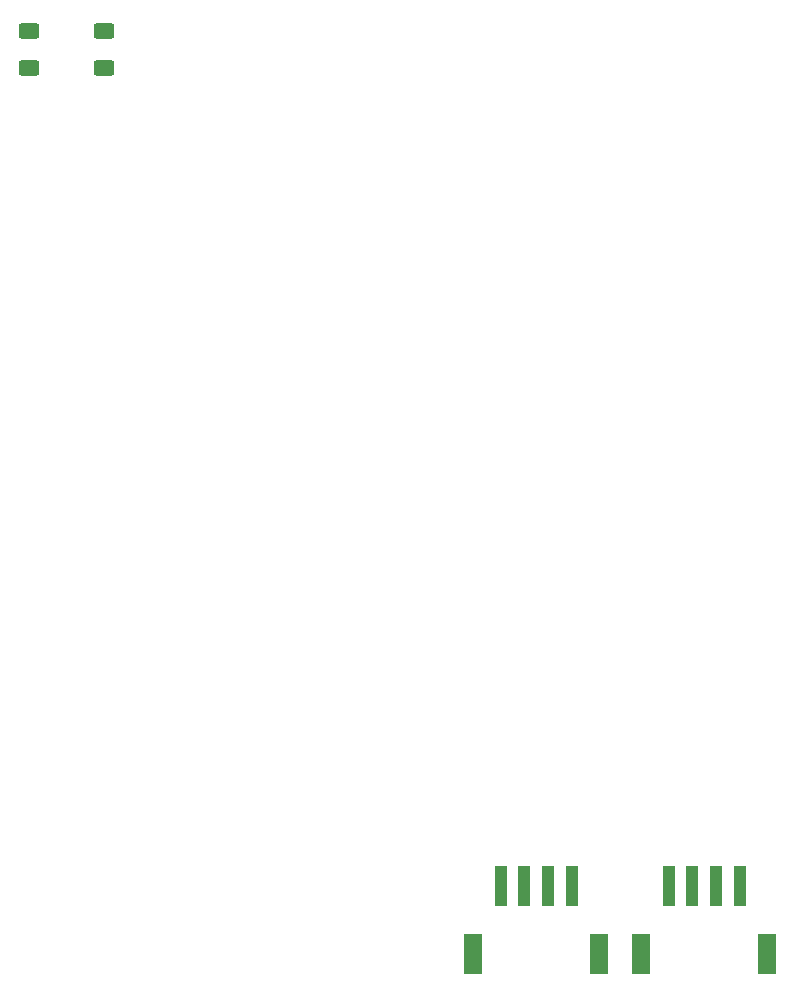
<source format=gbr>
%TF.GenerationSoftware,KiCad,Pcbnew,8.0.3-8.0.3-0~ubuntu22.04.1*%
%TF.CreationDate,2024-06-26T17:13:49+03:00*%
%TF.ProjectId,PM-CPU-RP,504d2d43-5055-42d5-9250-2e6b69636164,rev?*%
%TF.SameCoordinates,Original*%
%TF.FileFunction,Paste,Top*%
%TF.FilePolarity,Positive*%
%FSLAX46Y46*%
G04 Gerber Fmt 4.6, Leading zero omitted, Abs format (unit mm)*
G04 Created by KiCad (PCBNEW 8.0.3-8.0.3-0~ubuntu22.04.1) date 2024-06-26 17:13:49*
%MOMM*%
%LPD*%
G01*
G04 APERTURE LIST*
G04 Aperture macros list*
%AMRoundRect*
0 Rectangle with rounded corners*
0 $1 Rounding radius*
0 $2 $3 $4 $5 $6 $7 $8 $9 X,Y pos of 4 corners*
0 Add a 4 corners polygon primitive as box body*
4,1,4,$2,$3,$4,$5,$6,$7,$8,$9,$2,$3,0*
0 Add four circle primitives for the rounded corners*
1,1,$1+$1,$2,$3*
1,1,$1+$1,$4,$5*
1,1,$1+$1,$6,$7*
1,1,$1+$1,$8,$9*
0 Add four rect primitives between the rounded corners*
20,1,$1+$1,$2,$3,$4,$5,0*
20,1,$1+$1,$4,$5,$6,$7,0*
20,1,$1+$1,$6,$7,$8,$9,0*
20,1,$1+$1,$8,$9,$2,$3,0*%
G04 Aperture macros list end*
%ADD10R,1.000000X3.500000*%
%ADD11R,1.500000X3.400000*%
%ADD12RoundRect,0.250000X-0.625000X0.400000X-0.625000X-0.400000X0.625000X-0.400000X0.625000X0.400000X0*%
G04 APERTURE END LIST*
D10*
%TO.C,J12*%
X182420000Y-140970000D03*
X184420000Y-140970000D03*
X186420000Y-140970000D03*
X188420000Y-140970000D03*
D11*
X180070000Y-146720000D03*
X190770000Y-146720000D03*
%TD*%
D12*
%TO.C,R2*%
X128270000Y-68580000D03*
X128270000Y-71680000D03*
%TD*%
D10*
%TO.C,J10*%
X168180000Y-140970000D03*
X170180000Y-140970000D03*
X172180000Y-140970000D03*
X174180000Y-140970000D03*
D11*
X165830000Y-146720000D03*
X176530000Y-146720000D03*
%TD*%
D12*
%TO.C,R1*%
X134620000Y-68580000D03*
X134620000Y-71680000D03*
%TD*%
M02*

</source>
